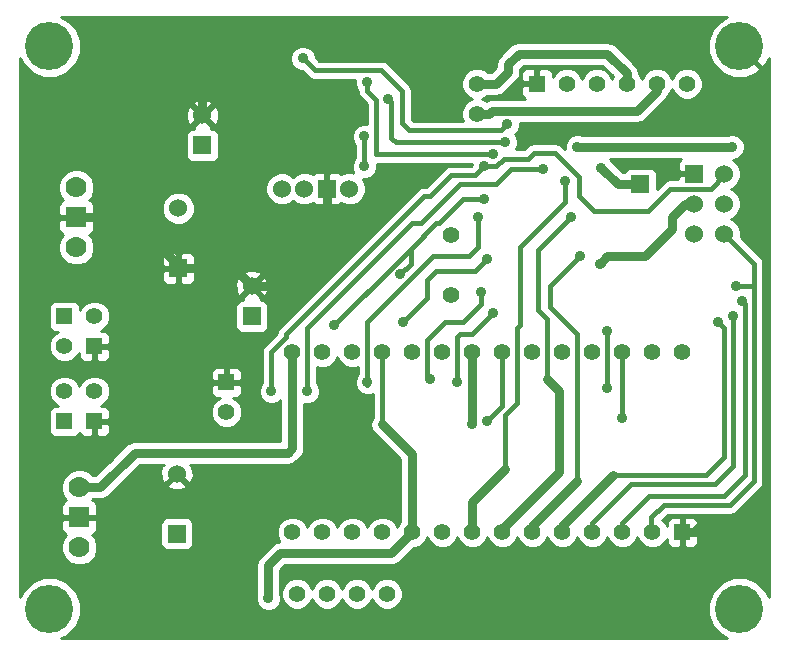
<source format=gbl>
G04 (created by PCBNEW (2013-jul-07)-stable) date Sat 20 Jun 2015 02:51:25 AM PDT*
%MOIN*%
G04 Gerber Fmt 3.4, Leading zero omitted, Abs format*
%FSLAX34Y34*%
G01*
G70*
G90*
G04 APERTURE LIST*
%ADD10C,0.00393701*%
%ADD11C,0.056*%
%ADD12R,0.055X0.055*%
%ADD13C,0.055*%
%ADD14R,0.0590551X0.0590551*%
%ADD15C,0.06*%
%ADD16R,0.06X0.06*%
%ADD17C,0.07*%
%ADD18R,0.07X0.07*%
%ADD19C,0.16*%
%ADD20C,0.035*%
%ADD21C,0.03*%
%ADD22C,0.015*%
%ADD23C,0.01*%
G04 APERTURE END LIST*
G54D10*
G54D11*
X18650Y7750D03*
X18650Y9750D03*
G54D12*
X21500Y14800D03*
G54D13*
X22500Y14800D03*
X23500Y14800D03*
X24500Y14800D03*
X25500Y14800D03*
X26500Y14800D03*
G54D12*
X11150Y4850D03*
G54D13*
X11150Y3850D03*
X19500Y13800D03*
X19500Y14800D03*
G54D12*
X6750Y6050D03*
G54D13*
X6750Y7050D03*
G54D12*
X5750Y7050D03*
G54D13*
X5750Y6050D03*
G54D12*
X5750Y3550D03*
G54D13*
X5750Y4550D03*
G54D12*
X6750Y3550D03*
G54D13*
X6750Y4550D03*
G54D14*
X24950Y11450D03*
G54D15*
X27750Y9800D03*
X26750Y9800D03*
X27750Y10800D03*
X26750Y10800D03*
X27750Y11800D03*
G54D16*
X26750Y11800D03*
G54D17*
X6150Y9350D03*
G54D18*
X6150Y10350D03*
G54D17*
X6150Y11350D03*
X6250Y-650D03*
G54D18*
X6250Y350D03*
G54D17*
X6250Y1350D03*
G54D15*
X13000Y11300D03*
X13750Y11300D03*
G54D16*
X14500Y11300D03*
G54D15*
X15250Y11300D03*
G54D13*
X13350Y-150D03*
X14350Y-150D03*
X15350Y-150D03*
X16350Y-150D03*
X17350Y-150D03*
X18350Y-150D03*
X19350Y-150D03*
X20350Y-150D03*
X21350Y-150D03*
X22350Y-150D03*
X23350Y-150D03*
X24350Y-150D03*
X25350Y-150D03*
G54D12*
X26350Y-150D03*
G54D13*
X26350Y5850D03*
X25350Y5850D03*
X24350Y5850D03*
X23350Y5850D03*
X22350Y5850D03*
X21350Y5850D03*
X20350Y5850D03*
X19350Y5850D03*
X18350Y5850D03*
X17350Y5850D03*
X16350Y5850D03*
X15350Y5850D03*
X14350Y5850D03*
X13350Y5850D03*
G54D15*
X9550Y10650D03*
G54D16*
X9550Y8650D03*
X9500Y-200D03*
G54D15*
X9500Y1800D03*
G54D16*
X10350Y12750D03*
G54D15*
X10350Y13750D03*
G54D16*
X12000Y7050D03*
G54D15*
X12000Y8050D03*
G54D19*
X5250Y-2700D03*
X5250Y16050D03*
X28250Y-2700D03*
X28250Y16050D03*
G54D13*
X16500Y-2200D03*
X15500Y-2200D03*
X14500Y-2200D03*
X13500Y-2200D03*
G54D20*
X22850Y12700D03*
X28000Y12700D03*
X12550Y-2350D03*
X22650Y10350D03*
X22450Y11550D03*
X21700Y11950D03*
X13850Y4550D03*
X13700Y15650D03*
X20500Y13450D03*
X20450Y12850D03*
X16550Y14300D03*
X15850Y14850D03*
X20050Y12450D03*
X28050Y7050D03*
X23600Y8800D03*
X28350Y7550D03*
X28150Y8050D03*
X19850Y8950D03*
X17050Y6850D03*
X24350Y3650D03*
X19650Y7850D03*
X17950Y4950D03*
X18850Y4850D03*
X20050Y7150D03*
X19850Y3550D03*
X23850Y4650D03*
X23850Y6550D03*
X19350Y3450D03*
X22950Y9050D03*
X27550Y6850D03*
X12650Y4550D03*
X19750Y12050D03*
X15850Y4850D03*
X19550Y10350D03*
X16950Y8450D03*
X14750Y6750D03*
X19750Y10950D03*
X24350Y16300D03*
X17850Y14300D03*
X28600Y14650D03*
X6950Y13550D03*
X23650Y12000D03*
X15750Y13050D03*
X15750Y12050D03*
G54D21*
X6250Y1350D02*
X6950Y1350D01*
X13350Y2650D02*
X13350Y5850D01*
X13200Y2500D02*
X13350Y2650D01*
X8100Y2500D02*
X13200Y2500D01*
X6950Y1350D02*
X8100Y2500D01*
X22850Y12700D02*
X28000Y12700D01*
X16650Y-850D02*
X17350Y-150D01*
X12950Y-850D02*
X16650Y-850D01*
X12550Y-1250D02*
X12950Y-850D01*
X12550Y-2350D02*
X12550Y-1250D01*
G54D22*
X16350Y5850D02*
X16350Y3450D01*
G54D21*
X17350Y2450D02*
X17350Y-150D01*
X16350Y3450D02*
X17350Y2450D01*
G54D22*
X20350Y-150D02*
X20350Y-50D01*
X22350Y10050D02*
X22650Y10350D01*
X21550Y9250D02*
X22350Y10050D01*
X21550Y7250D02*
X21550Y9250D01*
X21850Y6950D02*
X21550Y7250D01*
X21850Y4950D02*
X21850Y6950D01*
G54D21*
X22250Y4550D02*
X21850Y4950D01*
X22250Y1850D02*
X22250Y4550D01*
X20350Y-50D02*
X22250Y1850D01*
X19350Y-150D02*
X19350Y850D01*
G54D22*
X22450Y10850D02*
X22450Y11550D01*
X20950Y9350D02*
X22450Y10850D01*
X20950Y6750D02*
X20950Y9350D01*
X20850Y6650D02*
X20950Y6750D01*
X20850Y4150D02*
X20850Y6650D01*
X20450Y3750D02*
X20850Y4150D01*
X20450Y1950D02*
X20450Y3750D01*
G54D21*
X19350Y850D02*
X20450Y1950D01*
G54D22*
X20650Y11950D02*
X21700Y11950D01*
X20150Y11450D02*
X20650Y11950D01*
X18950Y11450D02*
X20150Y11450D01*
X17650Y10150D02*
X18950Y11450D01*
X17350Y10150D02*
X17650Y10150D01*
X13850Y6650D02*
X17350Y10150D01*
X13850Y4550D02*
X13850Y6650D01*
X14100Y15250D02*
X13700Y15650D01*
X16300Y15250D02*
X14100Y15250D01*
X17000Y14550D02*
X16300Y15250D01*
X17000Y13500D02*
X17000Y14550D01*
X17250Y13250D02*
X17000Y13500D01*
X20300Y13250D02*
X17250Y13250D01*
X20500Y13450D02*
X20300Y13250D01*
X16800Y12850D02*
X20450Y12850D01*
X16650Y13000D02*
X16800Y12850D01*
X16650Y14200D02*
X16650Y13000D01*
X16550Y14300D02*
X16650Y14200D01*
X15850Y14550D02*
X15850Y14850D01*
X16150Y14250D02*
X15850Y14550D01*
X16150Y12450D02*
X16150Y14250D01*
X19250Y12450D02*
X16150Y12450D01*
X20050Y12450D02*
X19250Y12450D01*
X23350Y150D02*
X23350Y-150D01*
X24650Y1450D02*
X23350Y150D01*
X27450Y1450D02*
X24650Y1450D01*
X28050Y2050D02*
X27450Y1450D01*
X28050Y7050D02*
X28050Y2050D01*
X26450Y10800D02*
X26750Y10800D01*
G54D21*
X26000Y10350D02*
X26450Y10800D01*
X26000Y9950D02*
X26000Y10350D01*
X25100Y9050D02*
X26000Y9950D01*
X23850Y9050D02*
X25100Y9050D01*
X23600Y8800D02*
X23850Y9050D01*
G54D22*
X24350Y150D02*
X24350Y-150D01*
X25250Y1050D02*
X24350Y150D01*
X27750Y1050D02*
X25250Y1050D01*
X28450Y1750D02*
X27750Y1050D01*
X28450Y7450D02*
X28450Y1750D01*
X28350Y7550D02*
X28450Y7450D01*
X28350Y8050D02*
X28750Y8050D01*
X28450Y8050D02*
X28350Y8050D01*
X28150Y8050D02*
X28450Y8050D01*
X25300Y-200D02*
X25300Y350D01*
X25300Y350D02*
X25750Y750D01*
X25750Y750D02*
X27950Y750D01*
X27950Y750D02*
X28750Y1550D01*
X28750Y1550D02*
X28750Y8050D01*
X28750Y8050D02*
X28750Y8800D01*
X28750Y8800D02*
X27750Y9800D01*
X24350Y5850D02*
X24350Y3650D01*
X19450Y8550D02*
X19850Y8950D01*
X18150Y8550D02*
X19450Y8550D01*
X17850Y8250D02*
X18150Y8550D01*
X17850Y7650D02*
X17850Y8250D01*
X17050Y6850D02*
X17850Y7650D01*
X19650Y7450D02*
X19650Y7850D01*
X19050Y6850D02*
X19650Y7450D01*
X18450Y6850D02*
X19050Y6850D01*
X17850Y6250D02*
X18450Y6850D01*
X17850Y5050D02*
X17850Y6250D01*
X17950Y4950D02*
X17850Y5050D01*
X18850Y6350D02*
X18850Y4850D01*
X18950Y6450D02*
X18850Y6350D01*
X19350Y6450D02*
X18950Y6450D01*
X20050Y7150D02*
X19350Y6450D01*
X20350Y4050D02*
X20350Y5850D01*
X19850Y3550D02*
X20350Y4050D01*
X23850Y6550D02*
X23850Y4650D01*
G54D21*
X19350Y3450D02*
X19350Y5850D01*
G54D22*
X21350Y50D02*
X21350Y-150D01*
G54D21*
X22850Y1550D02*
X21350Y50D01*
G54D22*
X22850Y6450D02*
X22850Y1550D01*
X21950Y7350D02*
X22850Y6450D01*
X21950Y8050D02*
X21950Y7350D01*
X22950Y9050D02*
X21950Y8050D01*
X22350Y50D02*
X22350Y-150D01*
G54D21*
X24050Y1750D02*
X22350Y50D01*
G54D22*
X27150Y1750D02*
X24050Y1750D01*
X27750Y2350D02*
X27150Y1750D01*
X27750Y6650D02*
X27750Y2350D01*
X27550Y6850D02*
X27750Y6650D01*
X27750Y11800D02*
X27750Y11750D01*
X20150Y12050D02*
X20400Y12300D01*
X20400Y12300D02*
X21200Y12300D01*
X21200Y12300D02*
X21400Y12500D01*
X20150Y12050D02*
X19750Y12050D01*
X22100Y12500D02*
X21400Y12500D01*
X22900Y11700D02*
X22100Y12500D01*
X22900Y11050D02*
X22900Y11700D01*
X23400Y10550D02*
X22900Y11050D01*
X25200Y10550D02*
X23400Y10550D01*
X25950Y11300D02*
X25200Y10550D01*
X27300Y11300D02*
X25950Y11300D01*
X27750Y11750D02*
X27300Y11300D01*
X12650Y5350D02*
X12650Y4550D01*
X12650Y5850D02*
X12650Y5350D01*
X13150Y6350D02*
X12650Y5850D01*
X13150Y6450D02*
X13150Y6350D01*
X17750Y11050D02*
X13150Y6450D01*
X17950Y11050D02*
X17750Y11050D01*
X18650Y11750D02*
X17950Y11050D01*
X19450Y11750D02*
X18650Y11750D01*
X19750Y12050D02*
X19450Y11750D01*
G54D21*
X19500Y13800D02*
X19900Y13800D01*
X25500Y14550D02*
X25500Y14800D01*
X24850Y13900D02*
X25500Y14550D01*
X20000Y13900D02*
X24850Y13900D01*
X19900Y13800D02*
X20000Y13900D01*
G54D22*
X15850Y4750D02*
X15850Y4850D01*
X15850Y6850D02*
X15850Y4750D01*
X17150Y8150D02*
X15850Y6850D01*
X18050Y9050D02*
X17150Y8150D01*
X19250Y9050D02*
X18050Y9050D01*
X19550Y9350D02*
X19250Y9050D01*
X19550Y10350D02*
X19550Y9350D01*
X17300Y8800D02*
X17300Y9300D01*
X16950Y8450D02*
X17300Y8800D01*
G54D21*
X19500Y14800D02*
X20150Y14800D01*
X24500Y15150D02*
X24500Y14800D01*
X23850Y15800D02*
X24500Y15150D01*
X20900Y15800D02*
X23850Y15800D01*
X20550Y15450D02*
X20900Y15800D01*
X20550Y15200D02*
X20550Y15450D01*
X20150Y14800D02*
X20550Y15200D01*
G54D22*
X16900Y8900D02*
X17300Y9300D01*
X14750Y6750D02*
X16900Y8900D01*
X17300Y9300D02*
X18150Y10150D01*
X18150Y10150D02*
X18250Y10150D01*
X18250Y10150D02*
X19050Y10950D01*
X19050Y10950D02*
X19750Y10950D01*
G54D21*
X17750Y16700D02*
X24100Y16700D01*
X24350Y16450D02*
X24350Y16300D01*
X24100Y16700D02*
X24350Y16450D01*
X10350Y15650D02*
X10350Y13750D01*
X11400Y16700D02*
X10350Y15650D01*
X17850Y16700D02*
X17750Y16700D01*
X17750Y16700D02*
X11400Y16700D01*
X17900Y16650D02*
X17850Y16700D01*
X17900Y14350D02*
X17900Y16650D01*
X17850Y14300D02*
X17900Y14350D01*
X28600Y14650D02*
X29150Y14650D01*
X12000Y8050D02*
X13900Y8050D01*
X14500Y8650D02*
X14500Y11300D01*
X13900Y8050D02*
X14500Y8650D01*
X26350Y-150D02*
X26750Y-150D01*
X26750Y-150D02*
X27150Y250D01*
X27150Y250D02*
X28150Y250D01*
X28150Y250D02*
X29150Y1250D01*
X29150Y1250D02*
X29150Y14650D01*
X29150Y14650D02*
X29150Y15150D01*
G54D22*
X29150Y15150D02*
X28250Y16050D01*
G54D21*
X9550Y8650D02*
X11400Y8650D01*
X11400Y8650D02*
X12000Y8050D01*
X6950Y13550D02*
X6950Y10350D01*
X6950Y10350D02*
X6950Y10450D01*
X6950Y10450D02*
X6950Y10350D01*
X9550Y8650D02*
X9550Y8750D01*
X9550Y8750D02*
X7950Y10350D01*
X7950Y10350D02*
X6950Y10350D01*
X6950Y10350D02*
X6150Y10350D01*
X24200Y11450D02*
X24950Y11450D01*
X23650Y12000D02*
X24200Y11450D01*
G54D22*
X15750Y12050D02*
X15750Y13050D01*
G54D10*
G36*
X24035Y15049D02*
X23999Y14964D01*
X23945Y15097D01*
X23797Y15244D01*
X23604Y15324D01*
X23396Y15325D01*
X23203Y15245D01*
X23055Y15097D01*
X22999Y14964D01*
X22945Y15097D01*
X22797Y15244D01*
X22604Y15324D01*
X22396Y15325D01*
X22203Y15245D01*
X22055Y15097D01*
X22025Y15025D01*
X22025Y15025D01*
X22024Y15124D01*
X21986Y15216D01*
X21916Y15287D01*
X21824Y15325D01*
X21612Y15325D01*
X21550Y15262D01*
X21550Y14850D01*
X21557Y14850D01*
X21557Y14750D01*
X21550Y14750D01*
X21550Y14742D01*
X21450Y14742D01*
X21450Y14750D01*
X21450Y14850D01*
X21450Y15262D01*
X21387Y15325D01*
X21175Y15325D01*
X21083Y15287D01*
X21013Y15216D01*
X20975Y15124D01*
X20974Y15025D01*
X20975Y14912D01*
X21037Y14850D01*
X21450Y14850D01*
X21450Y14750D01*
X21037Y14750D01*
X20975Y14687D01*
X20974Y14574D01*
X20975Y14475D01*
X21013Y14383D01*
X21083Y14312D01*
X21114Y14300D01*
X20000Y14300D01*
X19846Y14269D01*
X19803Y14240D01*
X19802Y14239D01*
X19797Y14244D01*
X19664Y14300D01*
X19797Y14354D01*
X19842Y14400D01*
X20150Y14400D01*
X20150Y14400D01*
X20277Y14425D01*
X20303Y14430D01*
X20303Y14430D01*
X20432Y14517D01*
X20832Y14917D01*
X20832Y14917D01*
X20919Y15046D01*
X20919Y15046D01*
X20919Y15046D01*
X20949Y15199D01*
X20950Y15200D01*
X20950Y15284D01*
X21065Y15400D01*
X23684Y15400D01*
X24035Y15049D01*
X24035Y15049D01*
G37*
G54D23*
X24035Y15049D02*
X23999Y14964D01*
X23945Y15097D01*
X23797Y15244D01*
X23604Y15324D01*
X23396Y15325D01*
X23203Y15245D01*
X23055Y15097D01*
X22999Y14964D01*
X22945Y15097D01*
X22797Y15244D01*
X22604Y15324D01*
X22396Y15325D01*
X22203Y15245D01*
X22055Y15097D01*
X22025Y15025D01*
X22025Y15025D01*
X22024Y15124D01*
X21986Y15216D01*
X21916Y15287D01*
X21824Y15325D01*
X21612Y15325D01*
X21550Y15262D01*
X21550Y14850D01*
X21557Y14850D01*
X21557Y14750D01*
X21550Y14750D01*
X21550Y14742D01*
X21450Y14742D01*
X21450Y14750D01*
X21450Y14850D01*
X21450Y15262D01*
X21387Y15325D01*
X21175Y15325D01*
X21083Y15287D01*
X21013Y15216D01*
X20975Y15124D01*
X20974Y15025D01*
X20975Y14912D01*
X21037Y14850D01*
X21450Y14850D01*
X21450Y14750D01*
X21037Y14750D01*
X20975Y14687D01*
X20974Y14574D01*
X20975Y14475D01*
X21013Y14383D01*
X21083Y14312D01*
X21114Y14300D01*
X20000Y14300D01*
X19846Y14269D01*
X19803Y14240D01*
X19802Y14239D01*
X19797Y14244D01*
X19664Y14300D01*
X19797Y14354D01*
X19842Y14400D01*
X20150Y14400D01*
X20150Y14400D01*
X20277Y14425D01*
X20303Y14430D01*
X20303Y14430D01*
X20432Y14517D01*
X20832Y14917D01*
X20832Y14917D01*
X20919Y15046D01*
X20919Y15046D01*
X20919Y15046D01*
X20949Y15199D01*
X20950Y15200D01*
X20950Y15284D01*
X21065Y15400D01*
X23684Y15400D01*
X24035Y15049D01*
G54D10*
G36*
X26807Y11750D02*
X26800Y11750D01*
X26800Y11742D01*
X26700Y11742D01*
X26700Y11750D01*
X26262Y11750D01*
X26200Y11687D01*
X26199Y11625D01*
X25950Y11625D01*
X25949Y11625D01*
X25925Y11620D01*
X25825Y11600D01*
X25720Y11529D01*
X25720Y11529D01*
X25495Y11304D01*
X25495Y11794D01*
X25457Y11886D01*
X25387Y11957D01*
X25295Y11995D01*
X25195Y11995D01*
X24605Y11995D01*
X24513Y11957D01*
X24442Y11887D01*
X24427Y11850D01*
X24365Y11850D01*
X24035Y12180D01*
X24010Y12240D01*
X23951Y12300D01*
X26296Y12300D01*
X26237Y12241D01*
X26199Y12149D01*
X26200Y11912D01*
X26262Y11850D01*
X26700Y11850D01*
X26700Y11857D01*
X26800Y11857D01*
X26800Y11850D01*
X26807Y11850D01*
X26807Y11750D01*
X26807Y11750D01*
G37*
G54D23*
X26807Y11750D02*
X26800Y11750D01*
X26800Y11742D01*
X26700Y11742D01*
X26700Y11750D01*
X26262Y11750D01*
X26200Y11687D01*
X26199Y11625D01*
X25950Y11625D01*
X25949Y11625D01*
X25925Y11620D01*
X25825Y11600D01*
X25720Y11529D01*
X25720Y11529D01*
X25495Y11304D01*
X25495Y11794D01*
X25457Y11886D01*
X25387Y11957D01*
X25295Y11995D01*
X25195Y11995D01*
X24605Y11995D01*
X24513Y11957D01*
X24442Y11887D01*
X24427Y11850D01*
X24365Y11850D01*
X24035Y12180D01*
X24010Y12240D01*
X23951Y12300D01*
X26296Y12300D01*
X26237Y12241D01*
X26199Y12149D01*
X26200Y11912D01*
X26262Y11850D01*
X26700Y11850D01*
X26700Y11857D01*
X26800Y11857D01*
X26800Y11850D01*
X26807Y11850D01*
X26807Y11750D01*
G54D10*
G36*
X29220Y-2299D02*
X29140Y-2106D01*
X29075Y-2040D01*
X29075Y1549D01*
X29074Y1550D01*
X29075Y1550D01*
X29075Y8050D01*
X29075Y8800D01*
X29050Y8924D01*
X29050Y8924D01*
X28979Y9029D01*
X28979Y9029D01*
X28299Y9709D01*
X28300Y9908D01*
X28216Y10111D01*
X28061Y10265D01*
X27980Y10299D01*
X28061Y10333D01*
X28215Y10488D01*
X28299Y10690D01*
X28300Y10908D01*
X28216Y11111D01*
X28061Y11265D01*
X27980Y11299D01*
X28061Y11333D01*
X28215Y11488D01*
X28299Y11690D01*
X28300Y11908D01*
X28216Y12111D01*
X28061Y12265D01*
X28040Y12274D01*
X28084Y12274D01*
X28240Y12339D01*
X28360Y12458D01*
X28424Y12615D01*
X28425Y12784D01*
X28360Y12940D01*
X28241Y13060D01*
X28084Y13124D01*
X27915Y13125D01*
X27855Y13100D01*
X22994Y13100D01*
X22934Y13124D01*
X22765Y13125D01*
X22609Y13060D01*
X22489Y12941D01*
X22425Y12784D01*
X22424Y12634D01*
X22329Y12729D01*
X22224Y12800D01*
X22100Y12825D01*
X21400Y12825D01*
X21275Y12800D01*
X21170Y12729D01*
X21170Y12729D01*
X21065Y12625D01*
X20816Y12625D01*
X20874Y12765D01*
X20875Y12934D01*
X20810Y13090D01*
X20775Y13124D01*
X20860Y13208D01*
X20924Y13365D01*
X20925Y13500D01*
X24850Y13500D01*
X24850Y13500D01*
X24977Y13525D01*
X25003Y13530D01*
X25003Y13530D01*
X25132Y13617D01*
X25782Y14267D01*
X25782Y14267D01*
X25840Y14353D01*
X25869Y14396D01*
X25869Y14396D01*
X25877Y14434D01*
X25877Y14434D01*
X25944Y14502D01*
X26000Y14635D01*
X26054Y14503D01*
X26202Y14355D01*
X26395Y14275D01*
X26603Y14274D01*
X26797Y14354D01*
X26944Y14502D01*
X27024Y14695D01*
X27025Y14903D01*
X26945Y15097D01*
X26797Y15244D01*
X26604Y15324D01*
X26396Y15325D01*
X26203Y15245D01*
X26055Y15097D01*
X25999Y14964D01*
X25945Y15097D01*
X25797Y15244D01*
X25604Y15324D01*
X25396Y15325D01*
X25203Y15245D01*
X25055Y15097D01*
X24999Y14964D01*
X24945Y15097D01*
X24900Y15142D01*
X24900Y15150D01*
X24869Y15303D01*
X24869Y15303D01*
X24840Y15346D01*
X24782Y15432D01*
X24782Y15432D01*
X24132Y16082D01*
X24003Y16169D01*
X23977Y16174D01*
X23850Y16200D01*
X20900Y16200D01*
X20746Y16169D01*
X20746Y16169D01*
X20746Y16169D01*
X20617Y16082D01*
X20267Y15732D01*
X20180Y15603D01*
X20175Y15577D01*
X20150Y15450D01*
X20150Y15365D01*
X19984Y15200D01*
X19842Y15200D01*
X19797Y15244D01*
X19604Y15324D01*
X19396Y15325D01*
X19203Y15245D01*
X19055Y15097D01*
X18975Y14904D01*
X18974Y14696D01*
X19054Y14503D01*
X19202Y14355D01*
X19335Y14299D01*
X19203Y14245D01*
X19055Y14097D01*
X18975Y13904D01*
X18974Y13696D01*
X19024Y13575D01*
X17384Y13575D01*
X17325Y13634D01*
X17325Y14550D01*
X17324Y14550D01*
X17325Y14550D01*
X17320Y14574D01*
X17300Y14674D01*
X17300Y14674D01*
X17229Y14779D01*
X17229Y14779D01*
X16529Y15479D01*
X16424Y15550D01*
X16300Y15575D01*
X14234Y15575D01*
X14125Y15684D01*
X14125Y15734D01*
X14060Y15890D01*
X13941Y16010D01*
X13784Y16074D01*
X13615Y16075D01*
X13459Y16010D01*
X13339Y15891D01*
X13275Y15734D01*
X13274Y15565D01*
X13339Y15409D01*
X13458Y15289D01*
X13615Y15225D01*
X13665Y15225D01*
X13870Y15020D01*
X13870Y15020D01*
X13975Y14949D01*
X13975Y14949D01*
X14075Y14929D01*
X14099Y14925D01*
X14099Y14925D01*
X14100Y14925D01*
X15425Y14925D01*
X15424Y14765D01*
X15489Y14609D01*
X15525Y14574D01*
X15525Y14550D01*
X15549Y14425D01*
X15620Y14320D01*
X15825Y14115D01*
X15825Y13474D01*
X15665Y13475D01*
X15509Y13410D01*
X15389Y13291D01*
X15325Y13134D01*
X15324Y12965D01*
X15389Y12809D01*
X15425Y12774D01*
X15425Y12326D01*
X15389Y12291D01*
X15325Y12134D01*
X15324Y11965D01*
X15375Y11843D01*
X15359Y11849D01*
X15141Y11850D01*
X14972Y11780D01*
X14941Y11812D01*
X14849Y11850D01*
X14612Y11850D01*
X14550Y11787D01*
X14550Y11350D01*
X14557Y11350D01*
X14557Y11250D01*
X14550Y11250D01*
X14550Y10812D01*
X14612Y10750D01*
X14849Y10749D01*
X14941Y10787D01*
X14973Y10819D01*
X15140Y10750D01*
X15358Y10749D01*
X15561Y10833D01*
X15715Y10988D01*
X15799Y11190D01*
X15800Y11408D01*
X15716Y11611D01*
X15702Y11625D01*
X15834Y11624D01*
X15990Y11689D01*
X16110Y11808D01*
X16174Y11965D01*
X16175Y12125D01*
X19250Y12125D01*
X19325Y12125D01*
X19325Y12084D01*
X19315Y12075D01*
X18650Y12075D01*
X18649Y12075D01*
X18625Y12070D01*
X18525Y12050D01*
X18420Y11979D01*
X18420Y11979D01*
X17815Y11375D01*
X17750Y11375D01*
X17625Y11350D01*
X17583Y11322D01*
X17520Y11279D01*
X17520Y11279D01*
X14450Y8209D01*
X14450Y10812D01*
X14450Y11250D01*
X14442Y11250D01*
X14442Y11350D01*
X14450Y11350D01*
X14450Y11787D01*
X14387Y11850D01*
X14150Y11850D01*
X14058Y11812D01*
X14026Y11780D01*
X13859Y11849D01*
X13641Y11850D01*
X13438Y11766D01*
X13375Y11702D01*
X13311Y11765D01*
X13109Y11849D01*
X12891Y11850D01*
X12688Y11766D01*
X12534Y11611D01*
X12450Y11409D01*
X12449Y11191D01*
X12533Y10988D01*
X12688Y10834D01*
X12890Y10750D01*
X13108Y10749D01*
X13311Y10833D01*
X13374Y10897D01*
X13438Y10834D01*
X13640Y10750D01*
X13858Y10749D01*
X14027Y10819D01*
X14058Y10787D01*
X14150Y10749D01*
X14387Y10750D01*
X14450Y10812D01*
X14450Y8209D01*
X12920Y6679D01*
X12849Y6574D01*
X12833Y6493D01*
X12833Y6493D01*
X12554Y6214D01*
X12554Y7968D01*
X12543Y8186D01*
X12481Y8337D01*
X12385Y8365D01*
X12315Y8294D01*
X12315Y8435D01*
X12287Y8531D01*
X12081Y8604D01*
X11863Y8593D01*
X11712Y8531D01*
X11684Y8435D01*
X12000Y8120D01*
X12315Y8435D01*
X12315Y8294D01*
X12070Y8050D01*
X12385Y7734D01*
X12481Y7762D01*
X12554Y7968D01*
X12554Y6214D01*
X12550Y6209D01*
X12550Y6799D01*
X12550Y7399D01*
X12512Y7491D01*
X12441Y7561D01*
X12349Y7599D01*
X12296Y7600D01*
X12315Y7664D01*
X12000Y7979D01*
X11929Y7908D01*
X11929Y8050D01*
X11614Y8365D01*
X11518Y8337D01*
X11445Y8131D01*
X11456Y7913D01*
X11518Y7762D01*
X11614Y7734D01*
X11929Y8050D01*
X11929Y7908D01*
X11684Y7664D01*
X11703Y7600D01*
X11650Y7600D01*
X11558Y7562D01*
X11488Y7491D01*
X11450Y7399D01*
X11449Y7300D01*
X11449Y6700D01*
X11487Y6608D01*
X11558Y6538D01*
X11650Y6500D01*
X11749Y6499D01*
X12349Y6499D01*
X12441Y6537D01*
X12511Y6608D01*
X12549Y6700D01*
X12550Y6799D01*
X12550Y6209D01*
X12420Y6079D01*
X12349Y5974D01*
X12325Y5850D01*
X12325Y5350D01*
X12325Y4826D01*
X12289Y4791D01*
X12225Y4634D01*
X12224Y4465D01*
X12289Y4309D01*
X12408Y4189D01*
X12565Y4125D01*
X12734Y4124D01*
X12890Y4189D01*
X12950Y4248D01*
X12950Y2900D01*
X11675Y2900D01*
X11675Y3953D01*
X11595Y4147D01*
X11447Y4294D01*
X11375Y4324D01*
X11375Y4324D01*
X11474Y4325D01*
X11566Y4363D01*
X11637Y4433D01*
X11675Y4525D01*
X11675Y5174D01*
X11637Y5266D01*
X11566Y5336D01*
X11474Y5374D01*
X11375Y5375D01*
X11262Y5375D01*
X11200Y5312D01*
X11200Y4900D01*
X11612Y4900D01*
X11675Y4962D01*
X11675Y5174D01*
X11675Y4525D01*
X11675Y4737D01*
X11612Y4800D01*
X11200Y4800D01*
X11200Y4792D01*
X11100Y4792D01*
X11100Y4800D01*
X11100Y4900D01*
X11100Y5312D01*
X11037Y5375D01*
X10924Y5375D01*
X10904Y5375D01*
X10904Y13668D01*
X10893Y13886D01*
X10831Y14037D01*
X10735Y14065D01*
X10665Y13994D01*
X10665Y14135D01*
X10637Y14231D01*
X10431Y14304D01*
X10213Y14293D01*
X10062Y14231D01*
X10034Y14135D01*
X10350Y13820D01*
X10665Y14135D01*
X10665Y13994D01*
X10420Y13750D01*
X10735Y13434D01*
X10831Y13462D01*
X10904Y13668D01*
X10904Y5375D01*
X10900Y5375D01*
X10900Y12499D01*
X10900Y13099D01*
X10862Y13191D01*
X10791Y13261D01*
X10699Y13299D01*
X10646Y13300D01*
X10665Y13364D01*
X10350Y13679D01*
X10279Y13608D01*
X10279Y13750D01*
X9964Y14065D01*
X9868Y14037D01*
X9795Y13831D01*
X9806Y13613D01*
X9868Y13462D01*
X9964Y13434D01*
X10279Y13750D01*
X10279Y13608D01*
X10034Y13364D01*
X10053Y13300D01*
X10000Y13300D01*
X9908Y13262D01*
X9838Y13191D01*
X9800Y13099D01*
X9799Y13000D01*
X9799Y12400D01*
X9837Y12308D01*
X9908Y12238D01*
X10000Y12200D01*
X10099Y12199D01*
X10699Y12199D01*
X10791Y12237D01*
X10861Y12308D01*
X10899Y12400D01*
X10900Y12499D01*
X10900Y5375D01*
X10825Y5374D01*
X10733Y5336D01*
X10662Y5266D01*
X10624Y5174D01*
X10625Y4962D01*
X10687Y4900D01*
X11100Y4900D01*
X11100Y4800D01*
X10687Y4800D01*
X10625Y4737D01*
X10624Y4525D01*
X10662Y4433D01*
X10733Y4363D01*
X10825Y4325D01*
X10924Y4324D01*
X10924Y4324D01*
X10853Y4295D01*
X10705Y4147D01*
X10625Y3954D01*
X10624Y3746D01*
X10704Y3553D01*
X10852Y3405D01*
X11045Y3325D01*
X11253Y3324D01*
X11447Y3404D01*
X11594Y3552D01*
X11674Y3745D01*
X11675Y3953D01*
X11675Y2900D01*
X10100Y2900D01*
X10100Y10758D01*
X10016Y10961D01*
X9861Y11115D01*
X9659Y11199D01*
X9441Y11200D01*
X9238Y11116D01*
X9084Y10961D01*
X9000Y10759D01*
X8999Y10541D01*
X9083Y10338D01*
X9238Y10184D01*
X9440Y10100D01*
X9658Y10099D01*
X9861Y10183D01*
X10015Y10338D01*
X10099Y10540D01*
X10100Y10758D01*
X10100Y2900D01*
X10100Y2900D01*
X10100Y8300D01*
X10100Y8999D01*
X10062Y9091D01*
X9991Y9161D01*
X9899Y9199D01*
X9800Y9200D01*
X9662Y9200D01*
X9600Y9137D01*
X9600Y8700D01*
X10037Y8700D01*
X10100Y8762D01*
X10100Y8999D01*
X10100Y8300D01*
X10100Y8537D01*
X10037Y8600D01*
X9600Y8600D01*
X9600Y8162D01*
X9662Y8100D01*
X9800Y8099D01*
X9899Y8100D01*
X9991Y8138D01*
X10062Y8208D01*
X10100Y8300D01*
X10100Y2900D01*
X9500Y2900D01*
X9500Y8162D01*
X9500Y8600D01*
X9500Y8700D01*
X9500Y9137D01*
X9437Y9200D01*
X9299Y9200D01*
X9200Y9199D01*
X9108Y9161D01*
X9037Y9091D01*
X8999Y8999D01*
X9000Y8762D01*
X9062Y8700D01*
X9500Y8700D01*
X9500Y8600D01*
X9062Y8600D01*
X9000Y8537D01*
X8999Y8300D01*
X9037Y8208D01*
X9108Y8138D01*
X9200Y8100D01*
X9299Y8099D01*
X9437Y8100D01*
X9500Y8162D01*
X9500Y2900D01*
X8100Y2900D01*
X7946Y2869D01*
X7903Y2840D01*
X7817Y2782D01*
X7275Y2240D01*
X7275Y4653D01*
X7275Y7153D01*
X7195Y7347D01*
X7047Y7494D01*
X6854Y7574D01*
X6750Y7574D01*
X6750Y9468D01*
X6750Y11468D01*
X6658Y11689D01*
X6490Y11858D01*
X6269Y11949D01*
X6031Y11950D01*
X5810Y11858D01*
X5641Y11690D01*
X5550Y11469D01*
X5549Y11231D01*
X5641Y11010D01*
X5715Y10935D01*
X5658Y10912D01*
X5588Y10841D01*
X5550Y10749D01*
X5549Y10650D01*
X5550Y10462D01*
X5612Y10400D01*
X6100Y10400D01*
X6100Y10407D01*
X6200Y10407D01*
X6200Y10400D01*
X6687Y10400D01*
X6750Y10462D01*
X6750Y10650D01*
X6749Y10749D01*
X6711Y10841D01*
X6641Y10912D01*
X6584Y10935D01*
X6658Y11009D01*
X6749Y11230D01*
X6750Y11468D01*
X6750Y9468D01*
X6658Y9689D01*
X6584Y9764D01*
X6641Y9787D01*
X6711Y9858D01*
X6749Y9950D01*
X6750Y10049D01*
X6750Y10237D01*
X6687Y10300D01*
X6200Y10300D01*
X6200Y10292D01*
X6100Y10292D01*
X6100Y10300D01*
X5612Y10300D01*
X5550Y10237D01*
X5549Y10049D01*
X5550Y9950D01*
X5588Y9858D01*
X5658Y9787D01*
X5715Y9764D01*
X5641Y9690D01*
X5550Y9469D01*
X5549Y9231D01*
X5641Y9010D01*
X5809Y8841D01*
X6030Y8750D01*
X6268Y8749D01*
X6489Y8841D01*
X6658Y9009D01*
X6749Y9230D01*
X6750Y9468D01*
X6750Y7574D01*
X6646Y7575D01*
X6453Y7495D01*
X6305Y7347D01*
X6275Y7275D01*
X6275Y7374D01*
X6237Y7466D01*
X6166Y7536D01*
X6074Y7574D01*
X5975Y7575D01*
X5425Y7575D01*
X5333Y7537D01*
X5263Y7466D01*
X5225Y7374D01*
X5224Y7275D01*
X5224Y6725D01*
X5262Y6633D01*
X5333Y6563D01*
X5425Y6525D01*
X5524Y6524D01*
X5524Y6524D01*
X5453Y6495D01*
X5305Y6347D01*
X5225Y6154D01*
X5224Y5946D01*
X5304Y5753D01*
X5452Y5605D01*
X5645Y5525D01*
X5853Y5524D01*
X6047Y5604D01*
X6194Y5752D01*
X6224Y5824D01*
X6224Y5725D01*
X6262Y5633D01*
X6333Y5563D01*
X6425Y5525D01*
X6524Y5524D01*
X6637Y5525D01*
X6700Y5587D01*
X6700Y6000D01*
X6692Y6000D01*
X6692Y6100D01*
X6700Y6100D01*
X6700Y6107D01*
X6800Y6107D01*
X6800Y6100D01*
X7212Y6100D01*
X7275Y6162D01*
X7275Y6374D01*
X7237Y6466D01*
X7166Y6536D01*
X7074Y6574D01*
X6975Y6575D01*
X6975Y6575D01*
X7047Y6604D01*
X7194Y6752D01*
X7274Y6945D01*
X7275Y7153D01*
X7275Y4653D01*
X7275Y4654D01*
X7275Y5725D01*
X7275Y5937D01*
X7212Y6000D01*
X6800Y6000D01*
X6800Y5587D01*
X6862Y5525D01*
X6975Y5524D01*
X7074Y5525D01*
X7166Y5563D01*
X7237Y5633D01*
X7275Y5725D01*
X7275Y4654D01*
X7195Y4847D01*
X7047Y4994D01*
X6854Y5074D01*
X6646Y5075D01*
X6453Y4995D01*
X6305Y4847D01*
X6249Y4714D01*
X6195Y4847D01*
X6047Y4994D01*
X5854Y5074D01*
X5646Y5075D01*
X5453Y4995D01*
X5305Y4847D01*
X5225Y4654D01*
X5224Y4446D01*
X5304Y4253D01*
X5452Y4105D01*
X5524Y4075D01*
X5425Y4075D01*
X5333Y4037D01*
X5263Y3966D01*
X5225Y3874D01*
X5224Y3775D01*
X5224Y3225D01*
X5262Y3133D01*
X5333Y3063D01*
X5425Y3025D01*
X5524Y3024D01*
X6074Y3024D01*
X6166Y3062D01*
X6236Y3133D01*
X6249Y3164D01*
X6262Y3133D01*
X6333Y3063D01*
X6425Y3025D01*
X6524Y3024D01*
X6637Y3025D01*
X6700Y3087D01*
X6700Y3500D01*
X6692Y3500D01*
X6692Y3600D01*
X6700Y3600D01*
X6700Y3607D01*
X6800Y3607D01*
X6800Y3600D01*
X7212Y3600D01*
X7275Y3662D01*
X7275Y3874D01*
X7237Y3966D01*
X7166Y4036D01*
X7074Y4074D01*
X6975Y4075D01*
X6975Y4075D01*
X7047Y4104D01*
X7194Y4252D01*
X7274Y4445D01*
X7275Y4653D01*
X7275Y2240D01*
X7275Y2240D01*
X7275Y3225D01*
X7275Y3437D01*
X7212Y3500D01*
X6800Y3500D01*
X6800Y3087D01*
X6862Y3025D01*
X6975Y3024D01*
X7074Y3025D01*
X7166Y3063D01*
X7237Y3133D01*
X7275Y3225D01*
X7275Y2240D01*
X6784Y1750D01*
X6698Y1750D01*
X6590Y1858D01*
X6369Y1949D01*
X6131Y1950D01*
X5910Y1858D01*
X5741Y1690D01*
X5650Y1469D01*
X5649Y1231D01*
X5741Y1010D01*
X5815Y935D01*
X5758Y912D01*
X5688Y841D01*
X5650Y749D01*
X5649Y650D01*
X5650Y462D01*
X5712Y400D01*
X6200Y400D01*
X6200Y407D01*
X6300Y407D01*
X6300Y400D01*
X6787Y400D01*
X6850Y462D01*
X6850Y650D01*
X6849Y749D01*
X6811Y841D01*
X6741Y912D01*
X6684Y935D01*
X6698Y950D01*
X6950Y950D01*
X6950Y950D01*
X7077Y975D01*
X7103Y980D01*
X7103Y980D01*
X7232Y1067D01*
X8265Y2100D01*
X9061Y2100D01*
X9018Y2087D01*
X8945Y1881D01*
X8956Y1663D01*
X9018Y1512D01*
X9114Y1484D01*
X9429Y1800D01*
X9423Y1805D01*
X9494Y1876D01*
X9500Y1870D01*
X9505Y1876D01*
X9576Y1805D01*
X9570Y1800D01*
X9885Y1484D01*
X9981Y1512D01*
X10054Y1718D01*
X10043Y1936D01*
X9981Y2087D01*
X9938Y2100D01*
X13200Y2100D01*
X13200Y2100D01*
X13327Y2125D01*
X13353Y2130D01*
X13353Y2130D01*
X13482Y2217D01*
X13632Y2367D01*
X13632Y2367D01*
X13690Y2453D01*
X13719Y2496D01*
X13719Y2496D01*
X13749Y2650D01*
X13750Y2650D01*
X13750Y4131D01*
X13765Y4125D01*
X13934Y4124D01*
X14090Y4189D01*
X14210Y4308D01*
X14274Y4465D01*
X14275Y4634D01*
X14210Y4790D01*
X14175Y4825D01*
X14175Y5354D01*
X14245Y5325D01*
X14453Y5324D01*
X14647Y5404D01*
X14794Y5552D01*
X14850Y5685D01*
X14904Y5553D01*
X15052Y5405D01*
X15245Y5325D01*
X15453Y5324D01*
X15525Y5354D01*
X15525Y5126D01*
X15489Y5091D01*
X15425Y4934D01*
X15424Y4765D01*
X15489Y4609D01*
X15608Y4489D01*
X15765Y4425D01*
X15850Y4425D01*
X15934Y4424D01*
X16025Y4462D01*
X16025Y3669D01*
X15980Y3603D01*
X15950Y3450D01*
X15980Y3296D01*
X16067Y3167D01*
X16950Y2284D01*
X16950Y192D01*
X16905Y147D01*
X16849Y14D01*
X16795Y147D01*
X16647Y294D01*
X16454Y374D01*
X16246Y375D01*
X16053Y295D01*
X15905Y147D01*
X15849Y14D01*
X15795Y147D01*
X15647Y294D01*
X15454Y374D01*
X15246Y375D01*
X15053Y295D01*
X14905Y147D01*
X14849Y14D01*
X14795Y147D01*
X14647Y294D01*
X14454Y374D01*
X14246Y375D01*
X14053Y295D01*
X13905Y147D01*
X13849Y14D01*
X13795Y147D01*
X13647Y294D01*
X13454Y374D01*
X13246Y375D01*
X13053Y295D01*
X12905Y147D01*
X12825Y-45D01*
X12824Y-253D01*
X12904Y-447D01*
X12914Y-457D01*
X12796Y-480D01*
X12796Y-480D01*
X12796Y-480D01*
X12667Y-567D01*
X12267Y-967D01*
X12180Y-1096D01*
X12175Y-1122D01*
X12150Y-1250D01*
X12150Y-2205D01*
X12125Y-2265D01*
X12124Y-2434D01*
X12189Y-2590D01*
X12308Y-2710D01*
X12465Y-2774D01*
X12634Y-2775D01*
X12790Y-2710D01*
X12910Y-2591D01*
X12974Y-2434D01*
X12975Y-2304D01*
X13054Y-2497D01*
X13202Y-2644D01*
X13395Y-2724D01*
X13603Y-2725D01*
X13797Y-2645D01*
X13944Y-2497D01*
X14000Y-2364D01*
X14054Y-2497D01*
X14202Y-2644D01*
X14395Y-2724D01*
X14603Y-2725D01*
X14797Y-2645D01*
X14944Y-2497D01*
X15000Y-2364D01*
X15054Y-2497D01*
X15202Y-2644D01*
X15395Y-2724D01*
X15603Y-2725D01*
X15797Y-2645D01*
X15944Y-2497D01*
X16000Y-2364D01*
X16054Y-2497D01*
X16202Y-2644D01*
X16395Y-2724D01*
X16603Y-2725D01*
X16797Y-2645D01*
X16944Y-2497D01*
X17024Y-2304D01*
X17025Y-2096D01*
X16945Y-1903D01*
X16797Y-1755D01*
X16604Y-1675D01*
X16396Y-1674D01*
X16203Y-1754D01*
X16055Y-1902D01*
X15999Y-2035D01*
X15945Y-1903D01*
X15797Y-1755D01*
X15604Y-1675D01*
X15396Y-1674D01*
X15203Y-1754D01*
X15055Y-1902D01*
X14999Y-2035D01*
X14945Y-1903D01*
X14797Y-1755D01*
X14604Y-1675D01*
X14396Y-1674D01*
X14203Y-1754D01*
X14055Y-1902D01*
X13999Y-2035D01*
X13945Y-1903D01*
X13797Y-1755D01*
X13604Y-1675D01*
X13396Y-1674D01*
X13203Y-1754D01*
X13055Y-1902D01*
X12975Y-2095D01*
X12974Y-2265D01*
X12950Y-2205D01*
X12950Y-1415D01*
X13115Y-1250D01*
X16650Y-1250D01*
X16650Y-1249D01*
X16777Y-1224D01*
X16803Y-1219D01*
X16803Y-1219D01*
X16932Y-1132D01*
X17390Y-675D01*
X17453Y-675D01*
X17647Y-595D01*
X17794Y-447D01*
X17850Y-314D01*
X17904Y-447D01*
X18052Y-594D01*
X18245Y-674D01*
X18453Y-675D01*
X18647Y-595D01*
X18794Y-447D01*
X18850Y-314D01*
X18904Y-447D01*
X19052Y-594D01*
X19245Y-674D01*
X19453Y-675D01*
X19647Y-595D01*
X19794Y-447D01*
X19850Y-314D01*
X19904Y-447D01*
X20052Y-594D01*
X20245Y-674D01*
X20453Y-675D01*
X20647Y-595D01*
X20794Y-447D01*
X20850Y-314D01*
X20904Y-447D01*
X21052Y-594D01*
X21245Y-674D01*
X21453Y-675D01*
X21647Y-595D01*
X21794Y-447D01*
X21850Y-314D01*
X21904Y-447D01*
X22052Y-594D01*
X22245Y-674D01*
X22453Y-675D01*
X22647Y-595D01*
X22794Y-447D01*
X22850Y-314D01*
X22904Y-447D01*
X23052Y-594D01*
X23245Y-674D01*
X23453Y-675D01*
X23647Y-595D01*
X23794Y-447D01*
X23850Y-314D01*
X23904Y-447D01*
X24052Y-594D01*
X24245Y-674D01*
X24453Y-675D01*
X24647Y-595D01*
X24794Y-447D01*
X24850Y-314D01*
X24904Y-447D01*
X25052Y-594D01*
X25245Y-674D01*
X25453Y-675D01*
X25647Y-595D01*
X25794Y-447D01*
X25824Y-375D01*
X25824Y-375D01*
X25825Y-474D01*
X25863Y-566D01*
X25933Y-637D01*
X26025Y-675D01*
X26237Y-675D01*
X26300Y-612D01*
X26300Y-200D01*
X26292Y-200D01*
X26292Y-100D01*
X26300Y-100D01*
X26300Y312D01*
X26237Y375D01*
X26025Y375D01*
X25933Y337D01*
X25863Y266D01*
X25825Y174D01*
X25824Y75D01*
X25824Y75D01*
X25795Y147D01*
X25685Y257D01*
X25873Y425D01*
X27950Y425D01*
X28074Y449D01*
X28074Y449D01*
X28179Y520D01*
X28979Y1320D01*
X28979Y1320D01*
X28979Y1320D01*
X29050Y1425D01*
X29050Y1425D01*
X29070Y1525D01*
X29075Y1549D01*
X29075Y-2040D01*
X28845Y-1810D01*
X28459Y-1650D01*
X28042Y-1649D01*
X27656Y-1809D01*
X27360Y-2104D01*
X27200Y-2490D01*
X27199Y-2907D01*
X27359Y-3294D01*
X27654Y-3589D01*
X27849Y-3670D01*
X26875Y-3670D01*
X26875Y-375D01*
X26875Y75D01*
X26874Y174D01*
X26836Y266D01*
X26766Y337D01*
X26674Y375D01*
X26462Y375D01*
X26400Y312D01*
X26400Y-100D01*
X26812Y-100D01*
X26875Y-37D01*
X26875Y75D01*
X26875Y-375D01*
X26875Y-262D01*
X26812Y-200D01*
X26400Y-200D01*
X26400Y-612D01*
X26462Y-675D01*
X26674Y-675D01*
X26766Y-637D01*
X26836Y-566D01*
X26874Y-474D01*
X26875Y-375D01*
X26875Y-3670D01*
X10050Y-3670D01*
X10050Y-450D01*
X10050Y149D01*
X10012Y241D01*
X9941Y311D01*
X9849Y349D01*
X9815Y349D01*
X9815Y1414D01*
X9500Y1729D01*
X9184Y1414D01*
X9212Y1318D01*
X9418Y1245D01*
X9636Y1256D01*
X9787Y1318D01*
X9815Y1414D01*
X9815Y349D01*
X9750Y350D01*
X9150Y350D01*
X9058Y312D01*
X8988Y241D01*
X8950Y149D01*
X8949Y50D01*
X8949Y-549D01*
X8987Y-641D01*
X9058Y-711D01*
X9150Y-749D01*
X9249Y-750D01*
X9849Y-750D01*
X9941Y-712D01*
X10011Y-641D01*
X10049Y-549D01*
X10050Y-450D01*
X10050Y-3670D01*
X6850Y-3670D01*
X6850Y-531D01*
X6758Y-310D01*
X6684Y-235D01*
X6741Y-212D01*
X6811Y-141D01*
X6849Y-49D01*
X6850Y49D01*
X6850Y237D01*
X6787Y300D01*
X6300Y300D01*
X6300Y292D01*
X6200Y292D01*
X6200Y300D01*
X5712Y300D01*
X5650Y237D01*
X5649Y49D01*
X5650Y-49D01*
X5688Y-141D01*
X5758Y-212D01*
X5815Y-235D01*
X5741Y-309D01*
X5650Y-530D01*
X5649Y-768D01*
X5741Y-989D01*
X5909Y-1158D01*
X6130Y-1249D01*
X6368Y-1250D01*
X6589Y-1158D01*
X6758Y-990D01*
X6849Y-769D01*
X6850Y-531D01*
X6850Y-3670D01*
X5650Y-3670D01*
X5844Y-3590D01*
X6139Y-3295D01*
X6299Y-2909D01*
X6300Y-2492D01*
X6140Y-2106D01*
X5845Y-1810D01*
X5459Y-1650D01*
X5042Y-1649D01*
X4656Y-1809D01*
X4360Y-2104D01*
X4279Y-2299D01*
X4279Y15649D01*
X4359Y15456D01*
X4654Y15160D01*
X5040Y15000D01*
X5457Y14999D01*
X5844Y15159D01*
X6139Y15454D01*
X6299Y15840D01*
X6300Y16257D01*
X6140Y16644D01*
X5845Y16939D01*
X5650Y17020D01*
X27849Y17020D01*
X27656Y16940D01*
X27360Y16645D01*
X27200Y16259D01*
X27199Y15842D01*
X27359Y15456D01*
X27654Y15160D01*
X28040Y15000D01*
X28457Y14999D01*
X28844Y15159D01*
X29139Y15454D01*
X29220Y15649D01*
X29220Y-2299D01*
X29220Y-2299D01*
G37*
G54D23*
X29220Y-2299D02*
X29140Y-2106D01*
X29075Y-2040D01*
X29075Y1549D01*
X29074Y1550D01*
X29075Y1550D01*
X29075Y8050D01*
X29075Y8800D01*
X29050Y8924D01*
X29050Y8924D01*
X28979Y9029D01*
X28979Y9029D01*
X28299Y9709D01*
X28300Y9908D01*
X28216Y10111D01*
X28061Y10265D01*
X27980Y10299D01*
X28061Y10333D01*
X28215Y10488D01*
X28299Y10690D01*
X28300Y10908D01*
X28216Y11111D01*
X28061Y11265D01*
X27980Y11299D01*
X28061Y11333D01*
X28215Y11488D01*
X28299Y11690D01*
X28300Y11908D01*
X28216Y12111D01*
X28061Y12265D01*
X28040Y12274D01*
X28084Y12274D01*
X28240Y12339D01*
X28360Y12458D01*
X28424Y12615D01*
X28425Y12784D01*
X28360Y12940D01*
X28241Y13060D01*
X28084Y13124D01*
X27915Y13125D01*
X27855Y13100D01*
X22994Y13100D01*
X22934Y13124D01*
X22765Y13125D01*
X22609Y13060D01*
X22489Y12941D01*
X22425Y12784D01*
X22424Y12634D01*
X22329Y12729D01*
X22224Y12800D01*
X22100Y12825D01*
X21400Y12825D01*
X21275Y12800D01*
X21170Y12729D01*
X21170Y12729D01*
X21065Y12625D01*
X20816Y12625D01*
X20874Y12765D01*
X20875Y12934D01*
X20810Y13090D01*
X20775Y13124D01*
X20860Y13208D01*
X20924Y13365D01*
X20925Y13500D01*
X24850Y13500D01*
X24850Y13500D01*
X24977Y13525D01*
X25003Y13530D01*
X25003Y13530D01*
X25132Y13617D01*
X25782Y14267D01*
X25782Y14267D01*
X25840Y14353D01*
X25869Y14396D01*
X25869Y14396D01*
X25877Y14434D01*
X25877Y14434D01*
X25944Y14502D01*
X26000Y14635D01*
X26054Y14503D01*
X26202Y14355D01*
X26395Y14275D01*
X26603Y14274D01*
X26797Y14354D01*
X26944Y14502D01*
X27024Y14695D01*
X27025Y14903D01*
X26945Y15097D01*
X26797Y15244D01*
X26604Y15324D01*
X26396Y15325D01*
X26203Y15245D01*
X26055Y15097D01*
X25999Y14964D01*
X25945Y15097D01*
X25797Y15244D01*
X25604Y15324D01*
X25396Y15325D01*
X25203Y15245D01*
X25055Y15097D01*
X24999Y14964D01*
X24945Y15097D01*
X24900Y15142D01*
X24900Y15150D01*
X24869Y15303D01*
X24869Y15303D01*
X24840Y15346D01*
X24782Y15432D01*
X24782Y15432D01*
X24132Y16082D01*
X24003Y16169D01*
X23977Y16174D01*
X23850Y16200D01*
X20900Y16200D01*
X20746Y16169D01*
X20746Y16169D01*
X20746Y16169D01*
X20617Y16082D01*
X20267Y15732D01*
X20180Y15603D01*
X20175Y15577D01*
X20150Y15450D01*
X20150Y15365D01*
X19984Y15200D01*
X19842Y15200D01*
X19797Y15244D01*
X19604Y15324D01*
X19396Y15325D01*
X19203Y15245D01*
X19055Y15097D01*
X18975Y14904D01*
X18974Y14696D01*
X19054Y14503D01*
X19202Y14355D01*
X19335Y14299D01*
X19203Y14245D01*
X19055Y14097D01*
X18975Y13904D01*
X18974Y13696D01*
X19024Y13575D01*
X17384Y13575D01*
X17325Y13634D01*
X17325Y14550D01*
X17324Y14550D01*
X17325Y14550D01*
X17320Y14574D01*
X17300Y14674D01*
X17300Y14674D01*
X17229Y14779D01*
X17229Y14779D01*
X16529Y15479D01*
X16424Y15550D01*
X16300Y15575D01*
X14234Y15575D01*
X14125Y15684D01*
X14125Y15734D01*
X14060Y15890D01*
X13941Y16010D01*
X13784Y16074D01*
X13615Y16075D01*
X13459Y16010D01*
X13339Y15891D01*
X13275Y15734D01*
X13274Y15565D01*
X13339Y15409D01*
X13458Y15289D01*
X13615Y15225D01*
X13665Y15225D01*
X13870Y15020D01*
X13870Y15020D01*
X13975Y14949D01*
X13975Y14949D01*
X14075Y14929D01*
X14099Y14925D01*
X14099Y14925D01*
X14100Y14925D01*
X15425Y14925D01*
X15424Y14765D01*
X15489Y14609D01*
X15525Y14574D01*
X15525Y14550D01*
X15549Y14425D01*
X15620Y14320D01*
X15825Y14115D01*
X15825Y13474D01*
X15665Y13475D01*
X15509Y13410D01*
X15389Y13291D01*
X15325Y13134D01*
X15324Y12965D01*
X15389Y12809D01*
X15425Y12774D01*
X15425Y12326D01*
X15389Y12291D01*
X15325Y12134D01*
X15324Y11965D01*
X15375Y11843D01*
X15359Y11849D01*
X15141Y11850D01*
X14972Y11780D01*
X14941Y11812D01*
X14849Y11850D01*
X14612Y11850D01*
X14550Y11787D01*
X14550Y11350D01*
X14557Y11350D01*
X14557Y11250D01*
X14550Y11250D01*
X14550Y10812D01*
X14612Y10750D01*
X14849Y10749D01*
X14941Y10787D01*
X14973Y10819D01*
X15140Y10750D01*
X15358Y10749D01*
X15561Y10833D01*
X15715Y10988D01*
X15799Y11190D01*
X15800Y11408D01*
X15716Y11611D01*
X15702Y11625D01*
X15834Y11624D01*
X15990Y11689D01*
X16110Y11808D01*
X16174Y11965D01*
X16175Y12125D01*
X19250Y12125D01*
X19325Y12125D01*
X19325Y12084D01*
X19315Y12075D01*
X18650Y12075D01*
X18649Y12075D01*
X18625Y12070D01*
X18525Y12050D01*
X18420Y11979D01*
X18420Y11979D01*
X17815Y11375D01*
X17750Y11375D01*
X17625Y11350D01*
X17583Y11322D01*
X17520Y11279D01*
X17520Y11279D01*
X14450Y8209D01*
X14450Y10812D01*
X14450Y11250D01*
X14442Y11250D01*
X14442Y11350D01*
X14450Y11350D01*
X14450Y11787D01*
X14387Y11850D01*
X14150Y11850D01*
X14058Y11812D01*
X14026Y11780D01*
X13859Y11849D01*
X13641Y11850D01*
X13438Y11766D01*
X13375Y11702D01*
X13311Y11765D01*
X13109Y11849D01*
X12891Y11850D01*
X12688Y11766D01*
X12534Y11611D01*
X12450Y11409D01*
X12449Y11191D01*
X12533Y10988D01*
X12688Y10834D01*
X12890Y10750D01*
X13108Y10749D01*
X13311Y10833D01*
X13374Y10897D01*
X13438Y10834D01*
X13640Y10750D01*
X13858Y10749D01*
X14027Y10819D01*
X14058Y10787D01*
X14150Y10749D01*
X14387Y10750D01*
X14450Y10812D01*
X14450Y8209D01*
X12920Y6679D01*
X12849Y6574D01*
X12833Y6493D01*
X12833Y6493D01*
X12554Y6214D01*
X12554Y7968D01*
X12543Y8186D01*
X12481Y8337D01*
X12385Y8365D01*
X12315Y8294D01*
X12315Y8435D01*
X12287Y8531D01*
X12081Y8604D01*
X11863Y8593D01*
X11712Y8531D01*
X11684Y8435D01*
X12000Y8120D01*
X12315Y8435D01*
X12315Y8294D01*
X12070Y8050D01*
X12385Y7734D01*
X12481Y7762D01*
X12554Y7968D01*
X12554Y6214D01*
X12550Y6209D01*
X12550Y6799D01*
X12550Y7399D01*
X12512Y7491D01*
X12441Y7561D01*
X12349Y7599D01*
X12296Y7600D01*
X12315Y7664D01*
X12000Y7979D01*
X11929Y7908D01*
X11929Y8050D01*
X11614Y8365D01*
X11518Y8337D01*
X11445Y8131D01*
X11456Y7913D01*
X11518Y7762D01*
X11614Y7734D01*
X11929Y8050D01*
X11929Y7908D01*
X11684Y7664D01*
X11703Y7600D01*
X11650Y7600D01*
X11558Y7562D01*
X11488Y7491D01*
X11450Y7399D01*
X11449Y7300D01*
X11449Y6700D01*
X11487Y6608D01*
X11558Y6538D01*
X11650Y6500D01*
X11749Y6499D01*
X12349Y6499D01*
X12441Y6537D01*
X12511Y6608D01*
X12549Y6700D01*
X12550Y6799D01*
X12550Y6209D01*
X12420Y6079D01*
X12349Y5974D01*
X12325Y5850D01*
X12325Y5350D01*
X12325Y4826D01*
X12289Y4791D01*
X12225Y4634D01*
X12224Y4465D01*
X12289Y4309D01*
X12408Y4189D01*
X12565Y4125D01*
X12734Y4124D01*
X12890Y4189D01*
X12950Y4248D01*
X12950Y2900D01*
X11675Y2900D01*
X11675Y3953D01*
X11595Y4147D01*
X11447Y4294D01*
X11375Y4324D01*
X11375Y4324D01*
X11474Y4325D01*
X11566Y4363D01*
X11637Y4433D01*
X11675Y4525D01*
X11675Y5174D01*
X11637Y5266D01*
X11566Y5336D01*
X11474Y5374D01*
X11375Y5375D01*
X11262Y5375D01*
X11200Y5312D01*
X11200Y4900D01*
X11612Y4900D01*
X11675Y4962D01*
X11675Y5174D01*
X11675Y4525D01*
X11675Y4737D01*
X11612Y4800D01*
X11200Y4800D01*
X11200Y4792D01*
X11100Y4792D01*
X11100Y4800D01*
X11100Y4900D01*
X11100Y5312D01*
X11037Y5375D01*
X10924Y5375D01*
X10904Y5375D01*
X10904Y13668D01*
X10893Y13886D01*
X10831Y14037D01*
X10735Y14065D01*
X10665Y13994D01*
X10665Y14135D01*
X10637Y14231D01*
X10431Y14304D01*
X10213Y14293D01*
X10062Y14231D01*
X10034Y14135D01*
X10350Y13820D01*
X10665Y14135D01*
X10665Y13994D01*
X10420Y13750D01*
X10735Y13434D01*
X10831Y13462D01*
X10904Y13668D01*
X10904Y5375D01*
X10900Y5375D01*
X10900Y12499D01*
X10900Y13099D01*
X10862Y13191D01*
X10791Y13261D01*
X10699Y13299D01*
X10646Y13300D01*
X10665Y13364D01*
X10350Y13679D01*
X10279Y13608D01*
X10279Y13750D01*
X9964Y14065D01*
X9868Y14037D01*
X9795Y13831D01*
X9806Y13613D01*
X9868Y13462D01*
X9964Y13434D01*
X10279Y13750D01*
X10279Y13608D01*
X10034Y13364D01*
X10053Y13300D01*
X10000Y13300D01*
X9908Y13262D01*
X9838Y13191D01*
X9800Y13099D01*
X9799Y13000D01*
X9799Y12400D01*
X9837Y12308D01*
X9908Y12238D01*
X10000Y12200D01*
X10099Y12199D01*
X10699Y12199D01*
X10791Y12237D01*
X10861Y12308D01*
X10899Y12400D01*
X10900Y12499D01*
X10900Y5375D01*
X10825Y5374D01*
X10733Y5336D01*
X10662Y5266D01*
X10624Y5174D01*
X10625Y4962D01*
X10687Y4900D01*
X11100Y4900D01*
X11100Y4800D01*
X10687Y4800D01*
X10625Y4737D01*
X10624Y4525D01*
X10662Y4433D01*
X10733Y4363D01*
X10825Y4325D01*
X10924Y4324D01*
X10924Y4324D01*
X10853Y4295D01*
X10705Y4147D01*
X10625Y3954D01*
X10624Y3746D01*
X10704Y3553D01*
X10852Y3405D01*
X11045Y3325D01*
X11253Y3324D01*
X11447Y3404D01*
X11594Y3552D01*
X11674Y3745D01*
X11675Y3953D01*
X11675Y2900D01*
X10100Y2900D01*
X10100Y10758D01*
X10016Y10961D01*
X9861Y11115D01*
X9659Y11199D01*
X9441Y11200D01*
X9238Y11116D01*
X9084Y10961D01*
X9000Y10759D01*
X8999Y10541D01*
X9083Y10338D01*
X9238Y10184D01*
X9440Y10100D01*
X9658Y10099D01*
X9861Y10183D01*
X10015Y10338D01*
X10099Y10540D01*
X10100Y10758D01*
X10100Y2900D01*
X10100Y2900D01*
X10100Y8300D01*
X10100Y8999D01*
X10062Y9091D01*
X9991Y9161D01*
X9899Y9199D01*
X9800Y9200D01*
X9662Y9200D01*
X9600Y9137D01*
X9600Y8700D01*
X10037Y8700D01*
X10100Y8762D01*
X10100Y8999D01*
X10100Y8300D01*
X10100Y8537D01*
X10037Y8600D01*
X9600Y8600D01*
X9600Y8162D01*
X9662Y8100D01*
X9800Y8099D01*
X9899Y8100D01*
X9991Y8138D01*
X10062Y8208D01*
X10100Y8300D01*
X10100Y2900D01*
X9500Y2900D01*
X9500Y8162D01*
X9500Y8600D01*
X9500Y8700D01*
X9500Y9137D01*
X9437Y9200D01*
X9299Y9200D01*
X9200Y9199D01*
X9108Y9161D01*
X9037Y9091D01*
X8999Y8999D01*
X9000Y8762D01*
X9062Y8700D01*
X9500Y8700D01*
X9500Y8600D01*
X9062Y8600D01*
X9000Y8537D01*
X8999Y8300D01*
X9037Y8208D01*
X9108Y8138D01*
X9200Y8100D01*
X9299Y8099D01*
X9437Y8100D01*
X9500Y8162D01*
X9500Y2900D01*
X8100Y2900D01*
X7946Y2869D01*
X7903Y2840D01*
X7817Y2782D01*
X7275Y2240D01*
X7275Y4653D01*
X7275Y7153D01*
X7195Y7347D01*
X7047Y7494D01*
X6854Y7574D01*
X6750Y7574D01*
X6750Y9468D01*
X6750Y11468D01*
X6658Y11689D01*
X6490Y11858D01*
X6269Y11949D01*
X6031Y11950D01*
X5810Y11858D01*
X5641Y11690D01*
X5550Y11469D01*
X5549Y11231D01*
X5641Y11010D01*
X5715Y10935D01*
X5658Y10912D01*
X5588Y10841D01*
X5550Y10749D01*
X5549Y10650D01*
X5550Y10462D01*
X5612Y10400D01*
X6100Y10400D01*
X6100Y10407D01*
X6200Y10407D01*
X6200Y10400D01*
X6687Y10400D01*
X6750Y10462D01*
X6750Y10650D01*
X6749Y10749D01*
X6711Y10841D01*
X6641Y10912D01*
X6584Y10935D01*
X6658Y11009D01*
X6749Y11230D01*
X6750Y11468D01*
X6750Y9468D01*
X6658Y9689D01*
X6584Y9764D01*
X6641Y9787D01*
X6711Y9858D01*
X6749Y9950D01*
X6750Y10049D01*
X6750Y10237D01*
X6687Y10300D01*
X6200Y10300D01*
X6200Y10292D01*
X6100Y10292D01*
X6100Y10300D01*
X5612Y10300D01*
X5550Y10237D01*
X5549Y10049D01*
X5550Y9950D01*
X5588Y9858D01*
X5658Y9787D01*
X5715Y9764D01*
X5641Y9690D01*
X5550Y9469D01*
X5549Y9231D01*
X5641Y9010D01*
X5809Y8841D01*
X6030Y8750D01*
X6268Y8749D01*
X6489Y8841D01*
X6658Y9009D01*
X6749Y9230D01*
X6750Y9468D01*
X6750Y7574D01*
X6646Y7575D01*
X6453Y7495D01*
X6305Y7347D01*
X6275Y7275D01*
X6275Y7374D01*
X6237Y7466D01*
X6166Y7536D01*
X6074Y7574D01*
X5975Y7575D01*
X5425Y7575D01*
X5333Y7537D01*
X5263Y7466D01*
X5225Y7374D01*
X5224Y7275D01*
X5224Y6725D01*
X5262Y6633D01*
X5333Y6563D01*
X5425Y6525D01*
X5524Y6524D01*
X5524Y6524D01*
X5453Y6495D01*
X5305Y6347D01*
X5225Y6154D01*
X5224Y5946D01*
X5304Y5753D01*
X5452Y5605D01*
X5645Y5525D01*
X5853Y5524D01*
X6047Y5604D01*
X6194Y5752D01*
X6224Y5824D01*
X6224Y5725D01*
X6262Y5633D01*
X6333Y5563D01*
X6425Y5525D01*
X6524Y5524D01*
X6637Y5525D01*
X6700Y5587D01*
X6700Y6000D01*
X6692Y6000D01*
X6692Y6100D01*
X6700Y6100D01*
X6700Y6107D01*
X6800Y6107D01*
X6800Y6100D01*
X7212Y6100D01*
X7275Y6162D01*
X7275Y6374D01*
X7237Y6466D01*
X7166Y6536D01*
X7074Y6574D01*
X6975Y6575D01*
X6975Y6575D01*
X7047Y6604D01*
X7194Y6752D01*
X7274Y6945D01*
X7275Y7153D01*
X7275Y4653D01*
X7275Y4654D01*
X7275Y5725D01*
X7275Y5937D01*
X7212Y6000D01*
X6800Y6000D01*
X6800Y5587D01*
X6862Y5525D01*
X6975Y5524D01*
X7074Y5525D01*
X7166Y5563D01*
X7237Y5633D01*
X7275Y5725D01*
X7275Y4654D01*
X7195Y4847D01*
X7047Y4994D01*
X6854Y5074D01*
X6646Y5075D01*
X6453Y4995D01*
X6305Y4847D01*
X6249Y4714D01*
X6195Y4847D01*
X6047Y4994D01*
X5854Y5074D01*
X5646Y5075D01*
X5453Y4995D01*
X5305Y4847D01*
X5225Y4654D01*
X5224Y4446D01*
X5304Y4253D01*
X5452Y4105D01*
X5524Y4075D01*
X5425Y4075D01*
X5333Y4037D01*
X5263Y3966D01*
X5225Y3874D01*
X5224Y3775D01*
X5224Y3225D01*
X5262Y3133D01*
X5333Y3063D01*
X5425Y3025D01*
X5524Y3024D01*
X6074Y3024D01*
X6166Y3062D01*
X6236Y3133D01*
X6249Y3164D01*
X6262Y3133D01*
X6333Y3063D01*
X6425Y3025D01*
X6524Y3024D01*
X6637Y3025D01*
X6700Y3087D01*
X6700Y3500D01*
X6692Y3500D01*
X6692Y3600D01*
X6700Y3600D01*
X6700Y3607D01*
X6800Y3607D01*
X6800Y3600D01*
X7212Y3600D01*
X7275Y3662D01*
X7275Y3874D01*
X7237Y3966D01*
X7166Y4036D01*
X7074Y4074D01*
X6975Y4075D01*
X6975Y4075D01*
X7047Y4104D01*
X7194Y4252D01*
X7274Y4445D01*
X7275Y4653D01*
X7275Y2240D01*
X7275Y2240D01*
X7275Y3225D01*
X7275Y3437D01*
X7212Y3500D01*
X6800Y3500D01*
X6800Y3087D01*
X6862Y3025D01*
X6975Y3024D01*
X7074Y3025D01*
X7166Y3063D01*
X7237Y3133D01*
X7275Y3225D01*
X7275Y2240D01*
X6784Y1750D01*
X6698Y1750D01*
X6590Y1858D01*
X6369Y1949D01*
X6131Y1950D01*
X5910Y1858D01*
X5741Y1690D01*
X5650Y1469D01*
X5649Y1231D01*
X5741Y1010D01*
X5815Y935D01*
X5758Y912D01*
X5688Y841D01*
X5650Y749D01*
X5649Y650D01*
X5650Y462D01*
X5712Y400D01*
X6200Y400D01*
X6200Y407D01*
X6300Y407D01*
X6300Y400D01*
X6787Y400D01*
X6850Y462D01*
X6850Y650D01*
X6849Y749D01*
X6811Y841D01*
X6741Y912D01*
X6684Y935D01*
X6698Y950D01*
X6950Y950D01*
X6950Y950D01*
X7077Y975D01*
X7103Y980D01*
X7103Y980D01*
X7232Y1067D01*
X8265Y2100D01*
X9061Y2100D01*
X9018Y2087D01*
X8945Y1881D01*
X8956Y1663D01*
X9018Y1512D01*
X9114Y1484D01*
X9429Y1800D01*
X9423Y1805D01*
X9494Y1876D01*
X9500Y1870D01*
X9505Y1876D01*
X9576Y1805D01*
X9570Y1800D01*
X9885Y1484D01*
X9981Y1512D01*
X10054Y1718D01*
X10043Y1936D01*
X9981Y2087D01*
X9938Y2100D01*
X13200Y2100D01*
X13200Y2100D01*
X13327Y2125D01*
X13353Y2130D01*
X13353Y2130D01*
X13482Y2217D01*
X13632Y2367D01*
X13632Y2367D01*
X13690Y2453D01*
X13719Y2496D01*
X13719Y2496D01*
X13749Y2650D01*
X13750Y2650D01*
X13750Y4131D01*
X13765Y4125D01*
X13934Y4124D01*
X14090Y4189D01*
X14210Y4308D01*
X14274Y4465D01*
X14275Y4634D01*
X14210Y4790D01*
X14175Y4825D01*
X14175Y5354D01*
X14245Y5325D01*
X14453Y5324D01*
X14647Y5404D01*
X14794Y5552D01*
X14850Y5685D01*
X14904Y5553D01*
X15052Y5405D01*
X15245Y5325D01*
X15453Y5324D01*
X15525Y5354D01*
X15525Y5126D01*
X15489Y5091D01*
X15425Y4934D01*
X15424Y4765D01*
X15489Y4609D01*
X15608Y4489D01*
X15765Y4425D01*
X15850Y4425D01*
X15934Y4424D01*
X16025Y4462D01*
X16025Y3669D01*
X15980Y3603D01*
X15950Y3450D01*
X15980Y3296D01*
X16067Y3167D01*
X16950Y2284D01*
X16950Y192D01*
X16905Y147D01*
X16849Y14D01*
X16795Y147D01*
X16647Y294D01*
X16454Y374D01*
X16246Y375D01*
X16053Y295D01*
X15905Y147D01*
X15849Y14D01*
X15795Y147D01*
X15647Y294D01*
X15454Y374D01*
X15246Y375D01*
X15053Y295D01*
X14905Y147D01*
X14849Y14D01*
X14795Y147D01*
X14647Y294D01*
X14454Y374D01*
X14246Y375D01*
X14053Y295D01*
X13905Y147D01*
X13849Y14D01*
X13795Y147D01*
X13647Y294D01*
X13454Y374D01*
X13246Y375D01*
X13053Y295D01*
X12905Y147D01*
X12825Y-45D01*
X12824Y-253D01*
X12904Y-447D01*
X12914Y-457D01*
X12796Y-480D01*
X12796Y-480D01*
X12796Y-480D01*
X12667Y-567D01*
X12267Y-967D01*
X12180Y-1096D01*
X12175Y-1122D01*
X12150Y-1250D01*
X12150Y-2205D01*
X12125Y-2265D01*
X12124Y-2434D01*
X12189Y-2590D01*
X12308Y-2710D01*
X12465Y-2774D01*
X12634Y-2775D01*
X12790Y-2710D01*
X12910Y-2591D01*
X12974Y-2434D01*
X12975Y-2304D01*
X13054Y-2497D01*
X13202Y-2644D01*
X13395Y-2724D01*
X13603Y-2725D01*
X13797Y-2645D01*
X13944Y-2497D01*
X14000Y-2364D01*
X14054Y-2497D01*
X14202Y-2644D01*
X14395Y-2724D01*
X14603Y-2725D01*
X14797Y-2645D01*
X14944Y-2497D01*
X15000Y-2364D01*
X15054Y-2497D01*
X15202Y-2644D01*
X15395Y-2724D01*
X15603Y-2725D01*
X15797Y-2645D01*
X15944Y-2497D01*
X16000Y-2364D01*
X16054Y-2497D01*
X16202Y-2644D01*
X16395Y-2724D01*
X16603Y-2725D01*
X16797Y-2645D01*
X16944Y-2497D01*
X17024Y-2304D01*
X17025Y-2096D01*
X16945Y-1903D01*
X16797Y-1755D01*
X16604Y-1675D01*
X16396Y-1674D01*
X16203Y-1754D01*
X16055Y-1902D01*
X15999Y-2035D01*
X15945Y-1903D01*
X15797Y-1755D01*
X15604Y-1675D01*
X15396Y-1674D01*
X15203Y-1754D01*
X15055Y-1902D01*
X14999Y-2035D01*
X14945Y-1903D01*
X14797Y-1755D01*
X14604Y-1675D01*
X14396Y-1674D01*
X14203Y-1754D01*
X14055Y-1902D01*
X13999Y-2035D01*
X13945Y-1903D01*
X13797Y-1755D01*
X13604Y-1675D01*
X13396Y-1674D01*
X13203Y-1754D01*
X13055Y-1902D01*
X12975Y-2095D01*
X12974Y-2265D01*
X12950Y-2205D01*
X12950Y-1415D01*
X13115Y-1250D01*
X16650Y-1250D01*
X16650Y-1249D01*
X16777Y-1224D01*
X16803Y-1219D01*
X16803Y-1219D01*
X16932Y-1132D01*
X17390Y-675D01*
X17453Y-675D01*
X17647Y-595D01*
X17794Y-447D01*
X17850Y-314D01*
X17904Y-447D01*
X18052Y-594D01*
X18245Y-674D01*
X18453Y-675D01*
X18647Y-595D01*
X18794Y-447D01*
X18850Y-314D01*
X18904Y-447D01*
X19052Y-594D01*
X19245Y-674D01*
X19453Y-675D01*
X19647Y-595D01*
X19794Y-447D01*
X19850Y-314D01*
X19904Y-447D01*
X20052Y-594D01*
X20245Y-674D01*
X20453Y-675D01*
X20647Y-595D01*
X20794Y-447D01*
X20850Y-314D01*
X20904Y-447D01*
X21052Y-594D01*
X21245Y-674D01*
X21453Y-675D01*
X21647Y-595D01*
X21794Y-447D01*
X21850Y-314D01*
X21904Y-447D01*
X22052Y-594D01*
X22245Y-674D01*
X22453Y-675D01*
X22647Y-595D01*
X22794Y-447D01*
X22850Y-314D01*
X22904Y-447D01*
X23052Y-594D01*
X23245Y-674D01*
X23453Y-675D01*
X23647Y-595D01*
X23794Y-447D01*
X23850Y-314D01*
X23904Y-447D01*
X24052Y-594D01*
X24245Y-674D01*
X24453Y-675D01*
X24647Y-595D01*
X24794Y-447D01*
X24850Y-314D01*
X24904Y-447D01*
X25052Y-594D01*
X25245Y-674D01*
X25453Y-675D01*
X25647Y-595D01*
X25794Y-447D01*
X25824Y-375D01*
X25824Y-375D01*
X25825Y-474D01*
X25863Y-566D01*
X25933Y-637D01*
X26025Y-675D01*
X26237Y-675D01*
X26300Y-612D01*
X26300Y-200D01*
X26292Y-200D01*
X26292Y-100D01*
X26300Y-100D01*
X26300Y312D01*
X26237Y375D01*
X26025Y375D01*
X25933Y337D01*
X25863Y266D01*
X25825Y174D01*
X25824Y75D01*
X25824Y75D01*
X25795Y147D01*
X25685Y257D01*
X25873Y425D01*
X27950Y425D01*
X28074Y449D01*
X28074Y449D01*
X28179Y520D01*
X28979Y1320D01*
X28979Y1320D01*
X28979Y1320D01*
X29050Y1425D01*
X29050Y1425D01*
X29070Y1525D01*
X29075Y1549D01*
X29075Y-2040D01*
X28845Y-1810D01*
X28459Y-1650D01*
X28042Y-1649D01*
X27656Y-1809D01*
X27360Y-2104D01*
X27200Y-2490D01*
X27199Y-2907D01*
X27359Y-3294D01*
X27654Y-3589D01*
X27849Y-3670D01*
X26875Y-3670D01*
X26875Y-375D01*
X26875Y75D01*
X26874Y174D01*
X26836Y266D01*
X26766Y337D01*
X26674Y375D01*
X26462Y375D01*
X26400Y312D01*
X26400Y-100D01*
X26812Y-100D01*
X26875Y-37D01*
X26875Y75D01*
X26875Y-375D01*
X26875Y-262D01*
X26812Y-200D01*
X26400Y-200D01*
X26400Y-612D01*
X26462Y-675D01*
X26674Y-675D01*
X26766Y-637D01*
X26836Y-566D01*
X26874Y-474D01*
X26875Y-375D01*
X26875Y-3670D01*
X10050Y-3670D01*
X10050Y-450D01*
X10050Y149D01*
X10012Y241D01*
X9941Y311D01*
X9849Y349D01*
X9815Y349D01*
X9815Y1414D01*
X9500Y1729D01*
X9184Y1414D01*
X9212Y1318D01*
X9418Y1245D01*
X9636Y1256D01*
X9787Y1318D01*
X9815Y1414D01*
X9815Y349D01*
X9750Y350D01*
X9150Y350D01*
X9058Y312D01*
X8988Y241D01*
X8950Y149D01*
X8949Y50D01*
X8949Y-549D01*
X8987Y-641D01*
X9058Y-711D01*
X9150Y-749D01*
X9249Y-750D01*
X9849Y-750D01*
X9941Y-712D01*
X10011Y-641D01*
X10049Y-549D01*
X10050Y-450D01*
X10050Y-3670D01*
X6850Y-3670D01*
X6850Y-531D01*
X6758Y-310D01*
X6684Y-235D01*
X6741Y-212D01*
X6811Y-141D01*
X6849Y-49D01*
X6850Y49D01*
X6850Y237D01*
X6787Y300D01*
X6300Y300D01*
X6300Y292D01*
X6200Y292D01*
X6200Y300D01*
X5712Y300D01*
X5650Y237D01*
X5649Y49D01*
X5650Y-49D01*
X5688Y-141D01*
X5758Y-212D01*
X5815Y-235D01*
X5741Y-309D01*
X5650Y-530D01*
X5649Y-768D01*
X5741Y-989D01*
X5909Y-1158D01*
X6130Y-1249D01*
X6368Y-1250D01*
X6589Y-1158D01*
X6758Y-990D01*
X6849Y-769D01*
X6850Y-531D01*
X6850Y-3670D01*
X5650Y-3670D01*
X5844Y-3590D01*
X6139Y-3295D01*
X6299Y-2909D01*
X6300Y-2492D01*
X6140Y-2106D01*
X5845Y-1810D01*
X5459Y-1650D01*
X5042Y-1649D01*
X4656Y-1809D01*
X4360Y-2104D01*
X4279Y-2299D01*
X4279Y15649D01*
X4359Y15456D01*
X4654Y15160D01*
X5040Y15000D01*
X5457Y14999D01*
X5844Y15159D01*
X6139Y15454D01*
X6299Y15840D01*
X6300Y16257D01*
X6140Y16644D01*
X5845Y16939D01*
X5650Y17020D01*
X27849Y17020D01*
X27656Y16940D01*
X27360Y16645D01*
X27200Y16259D01*
X27199Y15842D01*
X27359Y15456D01*
X27654Y15160D01*
X28040Y15000D01*
X28457Y14999D01*
X28844Y15159D01*
X29139Y15454D01*
X29220Y15649D01*
X29220Y-2299D01*
M02*

</source>
